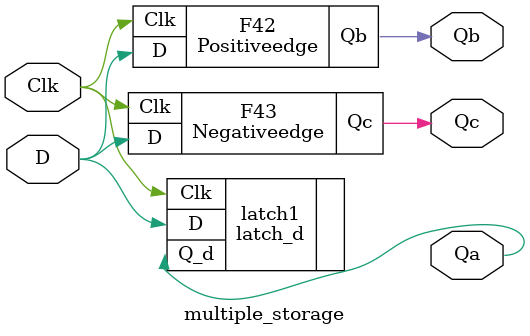
<source format=v>
`timescale 1ns / 1ps

//Pranav Konduru
//ID: 013162916
module Positiveedge( D, Clk, Qb);
input D, Clk;
output reg Qb;
always @ (posedge Clk)
begin
Qb <= D;
end
endmodule


module Negativeedge( D, Clk, Qc);
input D, Clk;
output reg Qc;
always @ (negedge Clk)
begin
Qc <= D;
end
endmodule

module multiple_storage(
    input D, Clk,
    output Qa, Qb, Qc
    );
    
    latch_d latch1(.D(D), .Clk(Clk), .Q_d(Qa));
    Positiveedge F42(.Clk(Clk),.D(D),.Qb(Qb));
    Negativeedge F43(.Clk(Clk),.D(D),.Qc(Qc));
endmodule


</source>
